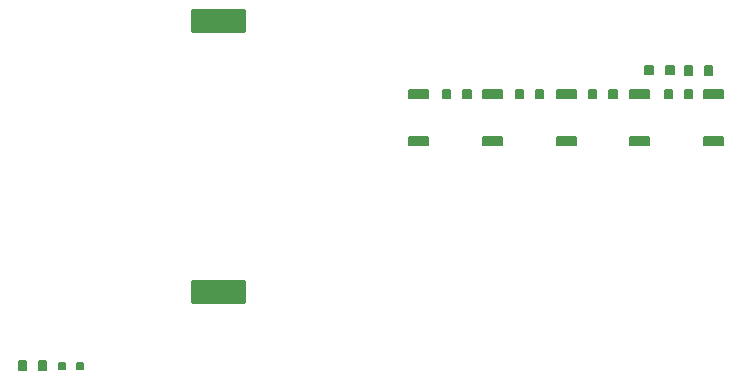
<source format=gbp>
G75*
%MOIN*%
%OFA0B0*%
%FSLAX24Y24*%
%IPPOS*%
%LPD*%
%AMOC8*
5,1,8,0,0,1.08239X$1,22.5*
%
%ADD10C,0.0050*%
%ADD11C,0.0063*%
%ADD12C,0.0064*%
%ADD13C,0.0157*%
%ADD14C,0.0066*%
D10*
X002848Y007071D02*
X002848Y007273D01*
X003050Y007273D01*
X003050Y007071D01*
X002848Y007071D01*
X002848Y007120D02*
X003050Y007120D01*
X003050Y007169D02*
X002848Y007169D01*
X002848Y007218D02*
X003050Y007218D01*
X003050Y007267D02*
X002848Y007267D01*
X003439Y007273D02*
X003439Y007071D01*
X003439Y007273D02*
X003641Y007273D01*
X003641Y007071D01*
X003439Y007071D01*
X003439Y007120D02*
X003641Y007120D01*
X003641Y007169D02*
X003439Y007169D01*
X003439Y007218D02*
X003641Y007218D01*
X003641Y007267D02*
X003439Y007267D01*
D11*
X001756Y007026D02*
X001504Y007026D01*
X001504Y007318D01*
X001756Y007318D01*
X001756Y007026D01*
X001756Y007088D02*
X001504Y007088D01*
X001504Y007150D02*
X001756Y007150D01*
X001756Y007212D02*
X001504Y007212D01*
X001504Y007274D02*
X001756Y007274D01*
X002174Y007026D02*
X002426Y007026D01*
X002174Y007026D02*
X002174Y007318D01*
X002426Y007318D01*
X002426Y007026D01*
X002426Y007088D02*
X002174Y007088D01*
X002174Y007150D02*
X002426Y007150D01*
X002426Y007212D02*
X002174Y007212D01*
X002174Y007274D02*
X002426Y007274D01*
X015645Y016373D02*
X015897Y016373D01*
X015897Y016081D01*
X015645Y016081D01*
X015645Y016373D01*
X015645Y016143D02*
X015897Y016143D01*
X015897Y016205D02*
X015645Y016205D01*
X015645Y016267D02*
X015897Y016267D01*
X015897Y016329D02*
X015645Y016329D01*
X016315Y016373D02*
X016567Y016373D01*
X016567Y016081D01*
X016315Y016081D01*
X016315Y016373D01*
X016315Y016143D02*
X016567Y016143D01*
X016567Y016205D02*
X016315Y016205D01*
X016315Y016267D02*
X016567Y016267D01*
X016567Y016329D02*
X016315Y016329D01*
X018073Y016373D02*
X018325Y016373D01*
X018325Y016081D01*
X018073Y016081D01*
X018073Y016373D01*
X018073Y016143D02*
X018325Y016143D01*
X018325Y016205D02*
X018073Y016205D01*
X018073Y016267D02*
X018325Y016267D01*
X018325Y016329D02*
X018073Y016329D01*
X018743Y016373D02*
X018995Y016373D01*
X018995Y016081D01*
X018743Y016081D01*
X018743Y016373D01*
X018743Y016143D02*
X018995Y016143D01*
X018995Y016205D02*
X018743Y016205D01*
X018743Y016267D02*
X018995Y016267D01*
X018995Y016329D02*
X018743Y016329D01*
X020514Y016373D02*
X020766Y016373D01*
X020766Y016081D01*
X020514Y016081D01*
X020514Y016373D01*
X020514Y016143D02*
X020766Y016143D01*
X020766Y016205D02*
X020514Y016205D01*
X020514Y016267D02*
X020766Y016267D01*
X020766Y016329D02*
X020514Y016329D01*
X021184Y016373D02*
X021436Y016373D01*
X021436Y016081D01*
X021184Y016081D01*
X021184Y016373D01*
X021184Y016143D02*
X021436Y016143D01*
X021436Y016205D02*
X021184Y016205D01*
X021184Y016267D02*
X021436Y016267D01*
X021436Y016329D02*
X021184Y016329D01*
X023034Y016373D02*
X023286Y016373D01*
X023286Y016081D01*
X023034Y016081D01*
X023034Y016373D01*
X023034Y016143D02*
X023286Y016143D01*
X023286Y016205D02*
X023034Y016205D01*
X023034Y016267D02*
X023286Y016267D01*
X023286Y016329D02*
X023034Y016329D01*
X023703Y016373D02*
X023955Y016373D01*
X023955Y016081D01*
X023703Y016081D01*
X023703Y016373D01*
X023703Y016143D02*
X023955Y016143D01*
X023955Y016205D02*
X023703Y016205D01*
X023703Y016267D02*
X023955Y016267D01*
X023955Y016329D02*
X023703Y016329D01*
X023703Y017160D02*
X023955Y017160D01*
X023955Y016868D01*
X023703Y016868D01*
X023703Y017160D01*
X023703Y016930D02*
X023955Y016930D01*
X023955Y016992D02*
X023703Y016992D01*
X023703Y017054D02*
X023955Y017054D01*
X023955Y017116D02*
X023703Y017116D01*
X024373Y017160D02*
X024625Y017160D01*
X024625Y016868D01*
X024373Y016868D01*
X024373Y017160D01*
X024373Y016930D02*
X024625Y016930D01*
X024625Y016992D02*
X024373Y016992D01*
X024373Y017054D02*
X024625Y017054D01*
X024625Y017116D02*
X024373Y017116D01*
D12*
X024994Y016355D02*
X024994Y016099D01*
X024358Y016099D01*
X024358Y016355D01*
X024994Y016355D01*
X024994Y016162D02*
X024358Y016162D01*
X024358Y016225D02*
X024994Y016225D01*
X024994Y016288D02*
X024358Y016288D01*
X024358Y016351D02*
X024994Y016351D01*
X024994Y014780D02*
X024994Y014524D01*
X024358Y014524D01*
X024358Y014780D01*
X024994Y014780D01*
X024994Y014587D02*
X024358Y014587D01*
X024358Y014650D02*
X024994Y014650D01*
X024994Y014713D02*
X024358Y014713D01*
X024358Y014776D02*
X024994Y014776D01*
X022533Y014780D02*
X022533Y014524D01*
X021897Y014524D01*
X021897Y014780D01*
X022533Y014780D01*
X022533Y014587D02*
X021897Y014587D01*
X021897Y014650D02*
X022533Y014650D01*
X022533Y014713D02*
X021897Y014713D01*
X021897Y014776D02*
X022533Y014776D01*
X022533Y016099D02*
X022533Y016355D01*
X022533Y016099D02*
X021897Y016099D01*
X021897Y016355D01*
X022533Y016355D01*
X022533Y016162D02*
X021897Y016162D01*
X021897Y016225D02*
X022533Y016225D01*
X022533Y016288D02*
X021897Y016288D01*
X021897Y016351D02*
X022533Y016351D01*
X020072Y016355D02*
X020072Y016099D01*
X019436Y016099D01*
X019436Y016355D01*
X020072Y016355D01*
X020072Y016162D02*
X019436Y016162D01*
X019436Y016225D02*
X020072Y016225D01*
X020072Y016288D02*
X019436Y016288D01*
X019436Y016351D02*
X020072Y016351D01*
X020072Y014780D02*
X020072Y014524D01*
X019436Y014524D01*
X019436Y014780D01*
X020072Y014780D01*
X020072Y014587D02*
X019436Y014587D01*
X019436Y014650D02*
X020072Y014650D01*
X020072Y014713D02*
X019436Y014713D01*
X019436Y014776D02*
X020072Y014776D01*
X017612Y014780D02*
X017612Y014524D01*
X016976Y014524D01*
X016976Y014780D01*
X017612Y014780D01*
X017612Y014587D02*
X016976Y014587D01*
X016976Y014650D02*
X017612Y014650D01*
X017612Y014713D02*
X016976Y014713D01*
X016976Y014776D02*
X017612Y014776D01*
X017612Y016099D02*
X017612Y016355D01*
X017612Y016099D02*
X016976Y016099D01*
X016976Y016355D01*
X017612Y016355D01*
X017612Y016162D02*
X016976Y016162D01*
X016976Y016225D02*
X017612Y016225D01*
X017612Y016288D02*
X016976Y016288D01*
X016976Y016351D02*
X017612Y016351D01*
X015151Y016355D02*
X015151Y016099D01*
X014515Y016099D01*
X014515Y016355D01*
X015151Y016355D01*
X015151Y016162D02*
X014515Y016162D01*
X014515Y016225D02*
X015151Y016225D01*
X015151Y016288D02*
X014515Y016288D01*
X014515Y016351D02*
X015151Y016351D01*
X015151Y014780D02*
X015151Y014524D01*
X014515Y014524D01*
X014515Y014780D01*
X015151Y014780D01*
X015151Y014587D02*
X014515Y014587D01*
X014515Y014650D02*
X015151Y014650D01*
X015151Y014713D02*
X014515Y014713D01*
X014515Y014776D02*
X015151Y014776D01*
D13*
X008987Y018353D02*
X008987Y018983D01*
X008987Y018353D02*
X007333Y018353D01*
X007333Y018983D01*
X008987Y018983D01*
X008987Y018509D02*
X007333Y018509D01*
X007333Y018665D02*
X008987Y018665D01*
X008987Y018821D02*
X007333Y018821D01*
X007333Y018977D02*
X008987Y018977D01*
X008987Y009967D02*
X008987Y009337D01*
X007333Y009337D01*
X007333Y009967D01*
X008987Y009967D01*
X008987Y009493D02*
X007333Y009493D01*
X007333Y009649D02*
X008987Y009649D01*
X008987Y009805D02*
X007333Y009805D01*
X007333Y009961D02*
X008987Y009961D01*
D14*
X022389Y017152D02*
X022653Y017152D01*
X022653Y016876D01*
X022389Y016876D01*
X022389Y017152D01*
X022389Y016941D02*
X022653Y016941D01*
X022653Y017006D02*
X022389Y017006D01*
X022389Y017071D02*
X022653Y017071D01*
X022653Y017136D02*
X022389Y017136D01*
X023078Y017152D02*
X023342Y017152D01*
X023342Y016876D01*
X023078Y016876D01*
X023078Y017152D01*
X023078Y016941D02*
X023342Y016941D01*
X023342Y017006D02*
X023078Y017006D01*
X023078Y017071D02*
X023342Y017071D01*
X023342Y017136D02*
X023078Y017136D01*
M02*

</source>
